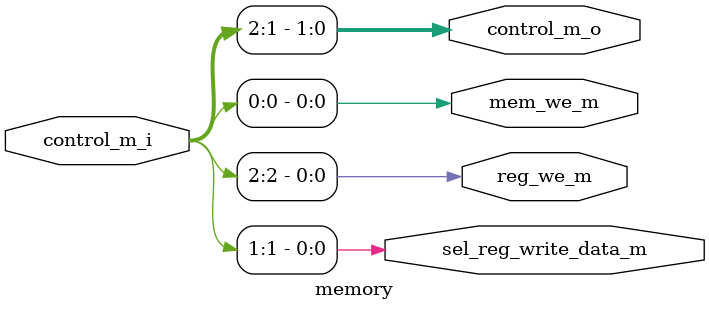
<source format=sv>
module memory (
    input   logic   [2:0]control_m_i,

    output  logic   sel_reg_write_data_m,
    output  logic   reg_we_m,
    output  logic   mem_we_m,
    output  logic   [1:0]control_m_o
);
    assign {reg_we_m, sel_reg_write_data_m, mem_we_m} = control_m_i;
    assign control_m_o = {reg_we_m, sel_reg_write_data_m};

endmodule: memory
</source>
